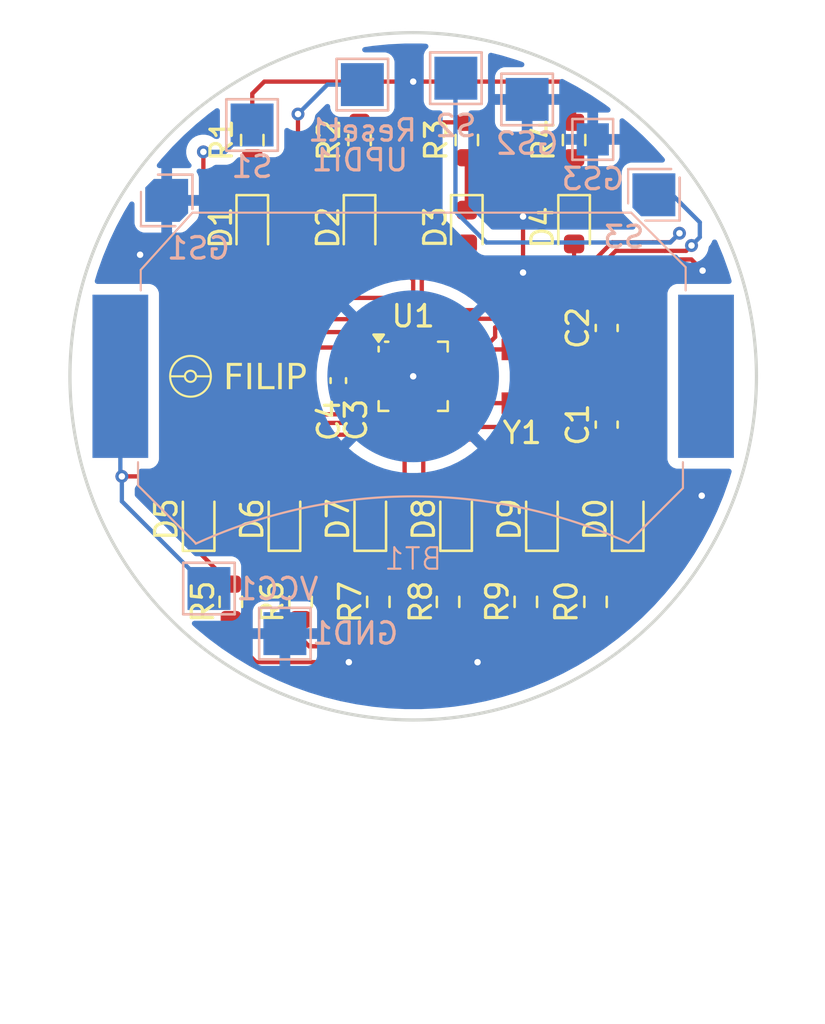
<source format=kicad_pcb>
(kicad_pcb (version 20241229) (generator "pcbnew") (generator_version "9.0")
  (layers (0 "F.Cu" signal) (2 "B.Cu" signal) (13 "F.Paste" user) (15 "B.Paste" user) (5 "F.SilkS" user "F.Silkscreen") (7 "B.SilkS" user "B.Silkscreen") (1 "F.Mask" user) (3 "B.Mask" user) (25 "Edge.Cuts" user))
  (net 0 "")
  (net 1 "Net-(U1-PB3)")
  (net 2 "Net-(U1-PB2)")
  (net 3 "Net-(D1-A)")
  (net 4 "Net-(D1-K)")
  (net 5 "Net-(D2-K)")
  (net 6 "Net-(D2-A)")
  (net 7 "Net-(D3-A)")
  (net 8 "Net-(D3-K)")
  (net 9 "Net-(D4-A)")
  (net 10 "Net-(D4-K)")
  (net 11 "Net-(D5-K)")
  (net 12 "Net-(D5-A)")
  (net 13 "Net-(D6-A)")
  (net 14 "Net-(D6-K)")
  (net 15 "Net-(D7-K)")
  (net 16 "Net-(D7-A)")
  (net 17 "Net-(D8-K)")
  (net 18 "Net-(D8-A)")
  (net 19 "Net-(D9-K)")
  (net 20 "Net-(D9-A)")
  (net 21 "Net-(U1-~{RESET}{slash}PA0)")
  (net 23 "VCC")
  (net 24 "GND")
  (net 25 "Net-(D0-A)")
  (net 26 "Net-(D0-K)")
  (net 27 "Net-(S1-In)")
  (net 28 "Net-(S2-In)")
  (net 30 "Net-(S3-In)")
  (net 31 "Net-(U1-PA2)")
  (net 32 "Net-(U1-PC0)")
  (net 33 "Net-(U1-PB1)")
  (footprint "Resistor_SMD:R_0603_1608Metric" (layer "F.Cu") (at 94.75 110.5 -90)
    (property "Reference" "R6" (at -0.01 1.32 90) (layer "F.SilkS"))
    (property "Value" "50Ω")
    (fp_line (start -0.237258 0.5225) (end 0.237258 0.5225) (stroke (width 0.12)) (layer "F.SilkS"))
    (fp_line (start -0.237258 -0.5225) (end 0.237258 -0.5225) (stroke (width 0.12)) (layer "F.SilkS"))
    (pad "1" smd roundrect (at -0.825 0 270) (size 0.8 0.95) (layers "F.Cu" "F.Mask" "F.Paste") (net 14 "Net-(D6-K)"))
    (pad "2" smd roundrect (at 0.825 0 270) (size 0.8 0.95) (layers "F.Cu" "F.Mask" "F.Paste") (net 24 "GND"))
  )
  (footprint "LED_SMD:LED_0603_1608Metric" (layer "F.Cu") (at 106 106.64 90)
    (property "Reference" "D9" (at -0.02 -1.51 90) (layer "F.SilkS"))
    (property "Value" "RED")
    (fp_line (start 0.8 -0.735) (end -1.485 -0.735) (stroke (width 0.12)) (layer "F.SilkS"))
    (fp_line (start -1.485 -0.735) (end -1.485 0.735) (stroke (width 0.12)) (layer "F.SilkS"))
    (fp_line (start -1.485 0.735) (end 0.8 0.735) (stroke (width 0.12)) (layer "F.SilkS"))
    (pad "1" smd roundrect (at -0.7875 0 90) (size 0.875 0.95) (layers "F.Cu" "F.Mask" "F.Paste") (net 19 "Net-(D9-K)"))
    (pad "2" smd roundrect (at 0.7875 0 90) (size 0.875 0.95) (layers "F.Cu" "F.Mask" "F.Paste") (net 20 "Net-(D9-A)"))
  )
  (footprint "LED_SMD:LED_0603_1608Metric" (layer "F.Cu") (at 90 106.64 90)
    (property "Reference" "D5" (at -0.02 -1.51 90) (layer "F.SilkS"))
    (property "Value" "RED")
    (fp_line (start 0.8 -0.735) (end -1.485 -0.735) (stroke (width 0.12)) (layer "F.SilkS"))
    (fp_line (start -1.485 -0.735) (end -1.485 0.735) (stroke (width 0.12)) (layer "F.SilkS"))
    (fp_line (start -1.485 0.735) (end 0.8 0.735) (stroke (width 0.12)) (layer "F.SilkS"))
    (pad "1" smd roundrect (at -0.7875 0 90) (size 0.875 0.95) (layers "F.Cu" "F.Mask" "F.Paste") (net 11 "Net-(D5-K)"))
    (pad "2" smd roundrect (at 0.7875 0 90) (size 0.875 0.95) (layers "F.Cu" "F.Mask" "F.Paste") (net 12 "Net-(D5-A)"))
  )
  (footprint "Package_DFN_QFN:VQFN-20-1EP_3x3mm_P0.4mm_EP1.7x1.7mm" (layer "F.Cu") (at 100 100)
    (property "Reference" "U1" (at 0 -2.8 0) (layer "F.SilkS"))
    (property "Value" "ATtiny1616-M")
    (fp_line (start -1.61 -1.16) (end -1.61 -1.37) (stroke (width 0.12)) (layer "F.SilkS"))
    (fp_line (start -1.61 1.61) (end -1.61 1.16) (stroke (width 0.12)) (layer "F.SilkS"))
    (fp_line (start -1.16 -1.61) (end -1.31 -1.61) (stroke (width 0.12)) (layer "F.SilkS"))
    (fp_line (start -1.16 1.61) (end -1.61 1.61) (stroke (width 0.12)) (layer "F.SilkS"))
    (fp_line (start 1.16 -1.61) (end 1.61 -1.61) (stroke (width 0.12)) (layer "F.SilkS"))
    (fp_line (start 1.16 1.61) (end 1.61 1.61) (stroke (width 0.12)) (layer "F.SilkS"))
    (fp_line (start 1.61 -1.61) (end 1.61 -1.16) (stroke (width 0.12)) (layer "F.SilkS"))
    (fp_line (start 1.61 1.61) (end 1.61 1.16) (stroke (width 0.12)) (layer "F.SilkS"))
    (fp_poly (pts (xy -1.61 -1.61) (xy -1.85 -1.94) (xy -1.37 -1.94)) (stroke (width 0.12)) (fill yes) (layer "F.SilkS"))
    (pad "1" smd custom (at -1.45 -0.8) (size 0.143431 0.143431) (layers "F.Cu" "F.Mask" "F.Paste") (net 31 "Net-(U1-PA2)") (options (clearance outline) (anchor circle)) (primitives (gr_poly (pts (xy -0.35 -0.05) (xy 0.299289 -0.05) (xy 0.35 0.000711) (xy 0.35 0.05) (xy -0.35 0.05)) (width 0.1) (fill yes))))
    (pad "2" smd roundrect (at -1.45 -0.4) (size 0.8 0.2) (layers "F.Cu" "F.Mask" "F.Paste"))
    (pad "3" smd roundrect (at -1.45 0) (size 0.8 0.2) (layers "F.Cu" "F.Mask" "F.Paste") (net 24 "GND"))
    (pad "4" smd roundrect (at -1.45 0.4) (size 0.8 0.2) (layers "F.Cu" "F.Mask" "F.Paste") (net 23 "VCC"))
    (pad "5" smd custom (at -1.45 0.8) (size 0.143431 0.143431) (layers "F.Cu" "F.Mask" "F.Paste") (net 12 "Net-(D5-A)") (options (clearance outline) (anchor circle)) (primitives (gr_poly (pts (xy -0.35 -0.05) (xy 0.35 -0.05) (xy 0.35 -0.000711) (xy 0.299289 0.05) (xy -0.35 0.05)) (width 0.1) (fill yes))))
    (pad "6" smd custom (at -0.8 1.45) (size 0.143431 0.143431) (layers "F.Cu" "F.Mask" "F.Paste") (net 13 "Net-(D6-A)") (options (clearance outline) (anchor circle)) (primitives (gr_poly (pts (xy -0.05 -0.299289) (xy 0.000711 -0.35) (xy 0.05 -0.35) (xy 0.05 0.35) (xy -0.05 0.35)) (width 0.1) (fill yes))))
    (pad "7" smd roundrect (at -0.4 1.45) (size 0.2 0.8) (layers "F.Cu" "F.Mask" "F.Paste") (net 16 "Net-(D7-A)"))
    (pad "8" smd roundrect (at 0 1.45) (size 0.2 0.8) (layers "F.Cu" "F.Mask" "F.Paste") (net 18 "Net-(D8-A)"))
    (pad "9" smd roundrect (at 0.4 1.45) (size 0.2 0.8) (layers "F.Cu" "F.Mask" "F.Paste") (net 20 "Net-(D9-A)"))
    (pad "10" smd custom (at 0.8 1.45) (size 0.143431 0.143431) (layers "F.Cu" "F.Mask" "F.Paste") (net 25 "Net-(D0-A)") (options (clearance outline) (anchor circle)) (primitives (gr_poly (pts (xy -0.05 -0.35) (xy -0.000711 -0.35) (xy 0.05 -0.299289) (xy 0.05 0.35) (xy -0.05 0.35)) (width 0.1) (fill yes))))
    (pad "11" smd custom (at 1.45 0.8) (size 0.143431 0.143431) (layers "F.Cu" "F.Mask" "F.Paste") (net 1 "Net-(U1-PB3)") (options (clearance outline) (anchor circle)) (primitives (gr_poly (pts (xy -0.35 -0.05) (xy 0.35 -0.05) (xy 0.35 0.05) (xy -0.299289 0.05) (xy -0.35 -0.000711)) (width 0.1) (fill yes))))
    (pad "12" smd roundrect (at 1.45 0.4) (size 0.8 0.2) (layers "F.Cu" "F.Mask" "F.Paste") (net 2 "Net-(U1-PB2)"))
    (pad "13" smd roundrect (at 1.45 0) (size 0.8 0.2) (layers "F.Cu" "F.Mask" "F.Paste") (net 33 "Net-(U1-PB1)"))
    (pad "14" smd roundrect (at 1.45 -0.4) (size 0.8 0.2) (layers "F.Cu" "F.Mask" "F.Paste"))
    (pad "15" smd custom (at 1.45 -0.8) (size 0.143431 0.143431) (layers "F.Cu" "F.Mask" "F.Paste") (net 32 "Net-(U1-PC0)") (options (clearance outline) (anchor circle)) (primitives (gr_poly (pts (xy -0.35 0.000711) (xy -0.299289 -0.05) (xy 0.35 -0.05) (xy 0.35 0.05) (xy -0.35 0.05)) (width 0.1) (fill yes))))
    (pad "16" smd custom (at 0.8 -1.45) (size 0.143431 0.143431) (layers "F.Cu" "F.Mask" "F.Paste") (net 9 "Net-(D4-A)") (options (clearance outline) (anchor circle)) (primitives (gr_poly (pts (xy -0.05 -0.35) (xy 0.05 -0.35) (xy 0.05 0.299289) (xy -0.000711 0.35) (xy -0.05 0.35)) (width 0.1) (fill yes))))
    (pad "17" smd roundrect (at 0.4 -1.45) (size 0.2 0.8) (layers "F.Cu" "F.Mask" "F.Paste") (net 7 "Net-(D3-A)"))
    (pad "18" smd roundrect (at 0 -1.45) (size 0.2 0.8) (layers "F.Cu" "F.Mask" "F.Paste") (net 6 "Net-(D2-A)"))
    (pad "19" smd roundrect (at -0.4 -1.45) (size 0.2 0.8) (layers "F.Cu" "F.Mask" "F.Paste") (net 21 "Net-(U1-~{RESET}{slash}PA0)"))
    (pad "20" smd custom (at -0.8 -1.45) (size 0.143431 0.143431) (layers "F.Cu" "F.Mask" "F.Paste") (net 3 "Net-(D1-A)") (options (clearance outline) (anchor circle)) (primitives (gr_poly (pts (xy -0.05 -0.35) (xy 0.05 -0.35) (xy 0.05 0.35) (xy 0.000711 0.35) (xy -0.05 0.299289)) (width 0.1) (fill yes))))
    (pad "21" smd rect (at 0 0) (size 1.7 1.7) (property pad_prop_heatsink) (layers "F.Cu" "F.Mask") (net 24 "GND"))
  )
  (footprint "LED_SMD:LED_0603_1608Metric" (layer "F.Cu") (at 98 106.64 90)
    (property "Reference" "D7" (at -0.02 -1.51 90) (layer "F.SilkS"))
    (property "Value" "RED")
    (fp_line (start 0.8 -0.735) (end -1.485 -0.735) (stroke (width 0.12)) (layer "F.SilkS"))
    (fp_line (start -1.485 -0.735) (end -1.485 0.735) (stroke (width 0.12)) (layer "F.SilkS"))
    (fp_line (start -1.485 0.735) (end 0.8 0.735) (stroke (width 0.12)) (layer "F.SilkS"))
    (pad "1" smd roundrect (at -0.7875 0 90) (size 0.875 0.95) (layers "F.Cu" "F.Mask" "F.Paste") (net 15 "Net-(D7-K)"))
    (pad "2" smd roundrect (at 0.7875 0 90) (size 0.875 0.95) (layers "F.Cu" "F.Mask" "F.Paste") (net 16 "Net-(D7-A)"))
  )
  (footprint "Resistor_SMD:R_0603_1608Metric" (layer "F.Cu") (at 92.5 89 90)
    (property "Reference" "R1" (at 0 -1.43 90) (layer "F.SilkS"))
    (property "Value" "50Ω")
    (fp_line (start -0.237258 -0.5225) (end 0.237258 -0.5225) (stroke (width 0.12)) (layer "F.SilkS"))
    (fp_line (start -0.237258 0.5225) (end 0.237258 0.5225) (stroke (width 0.12)) (layer "F.SilkS"))
    (pad "1" smd roundrect (at -0.825 0 90) (size 0.8 0.95) (layers "F.Cu" "F.Mask" "F.Paste") (net 4 "Net-(D1-K)"))
    (pad "2" smd roundrect (at 0.825 0 90) (size 0.8 0.95) (layers "F.Cu" "F.Mask" "F.Paste") (net 24 "GND"))
  )
  (footprint "Capacitor_SMD:C_0603_1608Metric" (layer "F.Cu") (at 109.02 102.25 -90)
    (property "Reference" "C1" (at 0 1.35 90) (layer "F.SilkS"))
    (property "Value" "15pf")
    (fp_line (start -0.14058 0.51) (end 0.14058 0.51) (stroke (width 0.12)) (layer "F.SilkS"))
    (fp_line (start -0.14058 -0.51) (end 0.14058 -0.51) (stroke (width 0.12)) (layer "F.SilkS"))
    (pad "1" smd roundrect (at -0.775 0 270) (size 0.9 0.95) (layers "F.Cu" "F.Mask" "F.Paste") (net 1 "Net-(U1-PB3)"))
    (pad "2" smd roundrect (at 0.775 0 270) (size 0.9 0.95) (layers "F.Cu" "F.Mask" "F.Paste") (net 24 "GND"))
  )
  (footprint "Resistor_SMD:R_0603_1608Metric" (layer "F.Cu") (at 98.375 110.5 -90)
    (property "Reference" "R7" (at 0.01 1.315 90) (layer "F.SilkS"))
    (property "Value" "50Ω")
    (fp_line (start -0.237258 0.5225) (end 0.237258 0.5225) (stroke (width 0.12)) (layer "F.SilkS"))
    (fp_line (start -0.237258 -0.5225) (end 0.237258 -0.5225) (stroke (width 0.12)) (layer "F.SilkS"))
    (pad "1" smd roundrect (at -0.825 0 270) (size 0.8 0.95) (layers "F.Cu" "F.Mask" "F.Paste") (net 15 "Net-(D7-K)"))
    (pad "2" smd roundrect (at 0.825 0 270) (size 0.8 0.95) (layers "F.Cu" "F.Mask" "F.Paste") (net 24 "GND"))
  )
  (footprint "LED_SMD:LED_0603_1608Metric" (layer "F.Cu") (at 92.5 93.05 -90)
    (property "Reference" "D1" (at 0.03 1.47 90) (layer "F.SilkS"))
    (property "Value" "RED")
    (fp_line (start -1.485 0.735) (end 0.8 0.735) (stroke (width 0.12)) (layer "F.SilkS"))
    (fp_line (start -1.485 -0.735) (end -1.485 0.735) (stroke (width 0.12)) (layer "F.SilkS"))
    (fp_line (start 0.8 -0.735) (end -1.485 -0.735) (stroke (width 0.12)) (layer "F.SilkS"))
    (pad "1" smd roundrect (at -0.7875 0 270) (size 0.875 0.95) (layers "F.Cu" "F.Mask" "F.Paste") (net 4 "Net-(D1-K)"))
    (pad "2" smd roundrect (at 0.7875 0 270) (size 0.875 0.95) (layers "F.Cu" "F.Mask" "F.Paste") (net 3 "Net-(D1-A)"))
  )
  (footprint "Capacitor_SMD:C_0201_0603Metric" (layer "F.Cu") (at 97.33 100.18 90)
    (property "Reference" "C3" (at -1.85 0 90) (layer "F.SilkS"))
    (property "Value" "0.1 µF")
    (pad "1" smd roundrect (at -0.32 0 90) (size 0.46 0.4) (layers "F.Cu" "F.Mask") (net 23 "VCC"))
    (pad "2" smd roundrect (at 0.32 0 90) (size 0.46 0.4) (layers "F.Cu" "F.Mask") (net 24 "GND"))
  )
  (footprint "Resistor_SMD:R_0603_1608Metric" (layer "F.Cu") (at 107.5 89 90)
    (property "Reference" "R4" (at 0 -1.43 90) (layer "F.SilkS"))
    (property "Value" "50Ω")
    (fp_line (start -0.237258 -0.5225) (end 0.237258 -0.5225) (stroke (width 0.12)) (layer "F.SilkS"))
    (fp_line (start -0.237258 0.5225) (end 0.237258 0.5225) (stroke (width 0.12)) (layer "F.SilkS"))
    (pad "1" smd roundrect (at -0.825 0 90) (size 0.8 0.95) (layers "F.Cu" "F.Mask" "F.Paste") (net 10 "Net-(D4-K)"))
    (pad "2" smd roundrect (at 0.825 0 90) (size 0.8 0.95) (layers "F.Cu" "F.Mask" "F.Paste") (net 24 "GND"))
  )
  (footprint "LED_SMD:LED_0603_1608Metric" (layer "F.Cu") (at 102.5 93.05 -90)
    (property "Reference" "D3" (at 0.02 1.47 90) (layer "F.SilkS"))
    (property "Value" "RED")
    (fp_line (start -1.485 0.735) (end 0.8 0.735) (stroke (width 0.12)) (layer "F.SilkS"))
    (fp_line (start -1.485 -0.735) (end -1.485 0.735) (stroke (width 0.12)) (layer "F.SilkS"))
    (fp_line (start 0.8 -0.735) (end -1.485 -0.735) (stroke (width 0.12)) (layer "F.SilkS"))
    (pad "1" smd roundrect (at -0.7875 0 270) (size 0.875 0.95) (layers "F.Cu" "F.Mask" "F.Paste") (net 8 "Net-(D3-K)"))
    (pad "2" smd roundrect (at 0.7875 0 270) (size 0.875 0.95) (layers "F.Cu" "F.Mask" "F.Paste") (net 7 "Net-(D3-A)"))
  )
  (footprint "LED_SMD:LED_0603_1608Metric" (layer "F.Cu") (at 94 106.64 90)
    (property "Reference" "D6" (at -0.02 -1.51 90) (layer "F.SilkS"))
    (property "Value" "RED")
    (fp_line (start 0.8 -0.735) (end -1.485 -0.735) (stroke (width 0.12)) (layer "F.SilkS"))
    (fp_line (start -1.485 -0.735) (end -1.485 0.735) (stroke (width 0.12)) (layer "F.SilkS"))
    (fp_line (start -1.485 0.735) (end 0.8 0.735) (stroke (width 0.12)) (layer "F.SilkS"))
    (pad "1" smd roundrect (at -0.7875 0 90) (size 0.875 0.95) (layers "F.Cu" "F.Mask" "F.Paste") (net 14 "Net-(D6-K)"))
    (pad "2" smd roundrect (at 0.7875 0 90) (size 0.875 0.95) (layers "F.Cu" "F.Mask" "F.Paste") (net 13 "Net-(D6-A)"))
  )
  (footprint "LED_SMD:LED_0603_1608Metric" (layer "F.Cu") (at 97.5 93.05 -90)
    (property "Reference" "D2" (at 0.03 1.47 90) (layer "F.SilkS"))
    (property "Value" "RED")
    (fp_line (start -1.485 0.735) (end 0.8 0.735) (stroke (width 0.12)) (layer "F.SilkS"))
    (fp_line (start -1.485 -0.735) (end -1.485 0.735) (stroke (width 0.12)) (layer "F.SilkS"))
    (fp_line (start 0.8 -0.735) (end -1.485 -0.735) (stroke (width 0.12)) (layer "F.SilkS"))
    (pad "1" smd roundrect (at -0.7875 0 270) (size 0.875 0.95) (layers "F.Cu" "F.Mask" "F.Paste") (net 5 "Net-(D2-K)"))
    (pad "2" smd roundrect (at 0.7875 0 270) (size 0.875 0.95) (layers "F.Cu" "F.Mask" "F.Paste") (net 6 "Net-(D2-A)"))
  )
  (footprint "LED_SMD:LED_0603_1608Metric" (layer "F.Cu") (at 107.5 93.05 -90)
    (property "Reference" "D4" (at 0.02 1.47 90) (layer "F.SilkS"))
    (property "Value" "RED")
    (fp_line (start -1.485 0.735) (end 0.8 0.735) (stroke (width 0.12)) (layer "F.SilkS"))
    (fp_line (start -1.485 -0.735) (end -1.485 0.735) (stroke (width 0.12)) (layer "F.SilkS"))
    (fp_line (start 0.8 -0.735) (end -1.485 -0.735) (stroke (width 0.12)) (layer "F.SilkS"))
    (pad "1" smd roundrect (at -0.7875 0 270) (size 0.875 0.95) (layers "F.Cu" "F.Mask" "F.Paste") (net 10 "Net-(D4-K)"))
    (pad "2" smd roundrect (at 0.7875 0 270) (size 0.875 0.95) (layers "F.Cu" "F.Mask" "F.Paste") (net 9 "Net-(D4-A)"))
  )
  (footprint "Resistor_SMD:R_0603_1608Metric" (layer "F.Cu") (at 108.5 110.5 -90)
    (property "Reference" "R0" (at 0 1.36 90) (layer "F.SilkS"))
    (property "Value" "50Ω")
    (fp_line (start -0.237258 0.5225) (end 0.237258 0.5225) (stroke (width 0.12)) (layer "F.SilkS"))
    (fp_line (start -0.237258 -0.5225) (end 0.237258 -0.5225) (stroke (width 0.12)) (layer "F.SilkS"))
    (pad "1" smd roundrect (at -0.825 0 270) (size 0.8 0.95) (layers "F.Cu" "F.Mask" "F.Paste") (net 26 "Net-(D0-K)"))
    (pad "2" smd roundrect (at 0.825 0 270) (size 0.8 0.95) (layers "F.Cu" "F.Mask" "F.Paste") (net 24 "GND"))
  )
  (footprint "LED_SMD:LED_0603_1608Metric" (layer "F.Cu") (at 110 106.64 90)
    (property "Reference" "D0" (at -0.02 -1.51 90) (layer "F.SilkS"))
    (property "Value" "RED")
    (fp_line (start 0.8 -0.735) (end -1.485 -0.735) (stroke (width 0.12)) (layer "F.SilkS"))
    (fp_line (start -1.485 -0.735) (end -1.485 0.735) (stroke (width 0.12)) (layer "F.SilkS"))
    (fp_line (start -1.485 0.735) (end 0.8 0.735) (stroke (width 0.12)) (layer "F.SilkS"))
    (pad "1" smd roundrect (at -0.7875 0 90) (size 0.875 0.95) (layers "F.Cu" "F.Mask" "F.Paste") (net 26 "Net-(D0-K)"))
    (pad "2" smd roundrect (at 0.7875 0 90) (size 0.875 0.95) (layers "F.Cu" "F.Mask" "F.Paste") (net 25 "Net-(D0-A)"))
  )
  (footprint "Resistor_SMD:R_0603_1608Metric" (layer "F.Cu") (at 97.5 89 90)
    (property "Reference" "R2" (at 0 -1.43 90) (layer "F.SilkS"))
    (property "Value" "50Ω")
    (fp_line (start -0.237258 -0.5225) (end 0.237258 -0.5225) (stroke (width 0.12)) (layer "F.SilkS"))
    (fp_line (start -0.237258 0.5225) (end 0.237258 0.5225) (stroke (width 0.12)) (layer "F.SilkS"))
    (pad "1" smd roundrect (at -0.825 0 90) (size 0.8 0.95) (layers "F.Cu" "F.Mask" "F.Paste") (net 5 "Net-(D2-K)"))
    (pad "2" smd roundrect (at 0.825 0 90) (size 0.8 0.95) (layers "F.Cu" "F.Mask" "F.Paste") (net 24 "GND"))
  )
  (footprint "Resistor_SMD:R_0603_1608Metric" (layer "F.Cu") (at 101.625 110.5 -90)
    (property "Reference" "R8" (at 0 1.275 90) (layer "F.SilkS"))
    (property "Value" "50Ω")
    (fp_line (start -0.237258 0.5225) (end 0.237258 0.5225) (stroke (width 0.12)) (layer "F.SilkS"))
    (fp_line (start -0.237258 -0.5225) (end 0.237258 -0.5225) (stroke (width 0.12)) (layer "F.SilkS"))
    (pad "1" smd roundrect (at -0.825 0 270) (size 0.8 0.95) (layers "F.Cu" "F.Mask" "F.Paste") (net 17 "Net-(D8-K)"))
    (pad "2" smd roundrect (at 0.825 0 270) (size 0.8 0.95) (layers "F.Cu" "F.Mask" "F.Paste") (net 24 "GND"))
  )
  (footprint "Library:FC31M2-32.768-NTLNNDTL" (layer "F.Cu") (at 105.02 100)
    (property "Reference" "Y1" (at 0.06 2.63 0) (layer "F.SilkS"))
    (property "Value" "Crystal")
    (pad "1" smd rect (at 0 -1.25 180) (size 1.8 1) (layers "F.Cu" "F.Mask" "F.Paste") (net 2 "Net-(U1-PB2)"))
    (pad "2" smd rect (at 0 1.25 180) (size 1.8 1) (layers "F.Cu" "F.Mask" "F.Paste") (net 1 "Net-(U1-PB3)"))
  )
  (footprint "LED_SMD:LED_0603_1608Metric" (layer "F.Cu") (at 102 106.64 90)
    (property "Reference" "D8" (at -0.02 -1.51 90) (layer "F.SilkS"))
    (property "Value" "RED")
    (fp_line (start 0.8 -0.735) (end -1.485 -0.735) (stroke (width 0.12)) (layer "F.SilkS"))
    (fp_line (start -1.485 -0.735) (end -1.485 0.735) (stroke (width 0.12)) (layer "F.SilkS"))
    (fp_line (start -1.485 0.735) (end 0.8 0.735) (stroke (width 0.12)) (layer "F.SilkS"))
    (pad "1" smd roundrect (at -0.7875 0 90) (size 0.875 0.95) (layers "F.Cu" "F.Mask" "F.Paste") (net 17 "Net-(D8-K)"))
    (pad "2" smd roundrect (at 0.7875 0 90) (size 0.875 0.95) (layers "F.Cu" "F.Mask" "F.Paste") (net 18 "Net-(D8-A)"))
  )
  (footprint "Capacitor_SMD:C_0603_1608Metric" (layer "F.Cu") (at 109.02 97.75 90)
    (property "Reference" "C2" (at 0 -1.35 270) (layer "F.SilkS"))
    (property "Value" "15pf")
    (fp_line (start -0.14058 -0.51) (end 0.14058 -0.51) (stroke (width 0.12)) (layer "F.SilkS"))
    (fp_line (start -0.14058 0.51) (end 0.14058 0.51) (stroke (width 0.12)) (layer "F.SilkS"))
    (pad "1" smd roundrect (at -0.775 0 90) (size 0.9 0.95) (layers "F.Cu" "F.Mask" "F.Paste") (net 2 "Net-(U1-PB2)"))
    (pad "2" smd roundrect (at 0.775 0 90) (size 0.9 0.95) (layers "F.Cu" "F.Mask" "F.Paste") (net 24 "GND"))
  )
  (footprint "Capacitor_SMD:C_0402_1005Metric" (layer "F.Cu") (at 96.51 100.2 90)
    (property "Reference" "C4" (at -1.84 -0.44 90) (layer "F.SilkS"))
    (property "Value" "10 µF")
    (fp_line (start -0.107836 -0.36) (end 0.107836 -0.36) (stroke (width 0.12)) (layer "F.SilkS"))
    (fp_line (start -0.107836 0.36) (end 0.107836 0.36) (stroke (width 0.12)) (layer "F.SilkS"))
    (pad "1" smd roundrect (at -0.48 0 90) (size 0.56 0.62) (layers "F.Cu" "F.Mask" "F.Paste") (net 23 "VCC"))
    (pad "2" smd roundrect (at 0.48 0 90) (size 0.56 0.62) (layers "F.Cu" "F.Mask" "F.Paste") (net 24 "GND"))
  )
  (footprint "Resistor_SMD:R_0603_1608Metric" (layer "F.Cu") (at 105.25 110.5 -90)
    (property "Reference" "R9" (at -0.01 1.33 90) (layer "F.SilkS"))
    (property "Value" "50Ω")
    (fp_line (start -0.237258 0.5225) (end 0.237258 0.5225) (stroke (width 0.12)) (layer "F.SilkS"))
    (fp_line (start -0.237258 -0.5225) (end 0.237258 -0.5225) (stroke (width 0.12)) (layer "F.SilkS"))
    (pad "1" smd roundrect (at -0.825 0 270) (size 0.8 0.95) (layers "F.Cu" "F.Mask" "F.Paste") (net 19 "Net-(D9-K)"))
    (pad "2" smd roundrect (at 0.825 0 270) (size 0.8 0.95) (layers "F.Cu" "F.Mask" "F.Paste") (net 24 "GND"))
  )
  (footprint "Resistor_SMD:R_0603_1608Metric" (layer "F.Cu") (at 91.5 110.5 -90)
    (property "Reference" "R5" (at -0.005 1.3 90) (layer "F.SilkS"))
    (property "Value" "50Ω")
    (fp_line (start -0.237258 0.5225) (end 0.237258 0.5225) (stroke (width 0.12)) (layer "F.SilkS"))
    (fp_line (start -0.237258 -0.5225) (end 0.237258 -0.5225) (stroke (width 0.12)) (layer "F.SilkS"))
    (pad "1" smd roundrect (at -0.825 0 270) (size 0.8 0.95) (layers "F.Cu" "F.Mask" "F.Paste") (net 11 "Net-(D5-K)"))
    (pad "2" smd roundrect (at 0.825 0 270) (size 0.8 0.95) (layers "F.Cu" "F.Mask" "F.Paste") (net 24 "GND"))
  )
  (footprint "Resistor_SMD:R_0603_1608Metric" (layer "F.Cu") (at 102.5 89 90)
    (property "Reference" "R3" (at 0 -1.43 90) (layer "F.SilkS"))
    (property "Value" "50Ω")
    (fp_line (start -0.237258 -0.5225) (end 0.237258 -0.5225) (stroke (width 0.12)) (layer "F.SilkS"))
    (fp_line (start -0.237258 0.5225) (end 0.237258 0.5225) (stroke (width 0.12)) (layer "F.SilkS"))
    (pad "1" smd roundrect (at -0.825 0 90) (size 0.8 0.95) (layers "F.Cu" "F.Mask" "F.Paste") (net 8 "Net-(D3-K)"))
    (pad "2" smd roundrect (at 0.825 0 90) (size 0.8 0.95) (layers "F.Cu" "F.Mask" "F.Paste") (net 24 "GND"))
  )
  (footprint "TestPoint:TestPoint_Pad_1.5x1.5mm" (layer "B.Cu") (at 108.37 88.97 180)
    (property "Reference" "GS3" (at -0.01 -1.84 0) (layer "B.SilkS") (effects (justify mirror)))
    (property "Value" "~" (hide yes))
    (fp_line (start 0.95 0.95) (end 0.95 -0.95) (stroke (width 0.12)) (layer "B.SilkS"))
    (fp_line (start 0.95 -0.95) (end -0.95 -0.95) (stroke (width 0.12)) (layer "B.SilkS"))
    (fp_line (start -0.95 0.95) (end 0.95 0.95) (stroke (width 0.12)) (layer "B.SilkS"))
    (fp_line (start -0.95 -0.95) (end -0.95 0.95) (stroke (width 0.12)) (layer "B.SilkS"))
    (pad "1" smd rect (at 0 0 180) (size 1.5 1.5) (layers "B.Cu" "B.Mask") (net 24 "GND"))
  )
  (footprint "TestPoint:TestPoint_Pad_2.0x2.0mm" (layer "B.Cu") (at 94.02 111.98 180)
    (property "Reference" "GND1" (at -3.28 0.01 0) (layer "B.SilkS") (effects (justify mirror)))
    (property "Value" "TestPoint")
    (fp_line (start 1.2 1.2) (end 1.2 -1.2) (stroke (width 0.12)) (layer "B.SilkS"))
    (fp_line (start 1.2 -1.2) (end -1.2 -1.2) (stroke (width 0.12)) (layer "B.SilkS"))
    (fp_line (start -1.2 1.2) (end 1.2 1.2) (stroke (width 0.12)) (layer "B.SilkS"))
    (fp_line (start -1.2 -1.2) (end -1.2 1.2) (stroke (width 0.12)) (layer "B.SilkS"))
    (pad "1" smd rect (at 0 0 180) (size 2 2) (layers "B.Cu" "B.Mask") (net 24 "GND"))
  )
  (footprint "Library:MY-2450-03" (layer "B.Cu") (at 100 100 180)
    (property "Reference" "BT1" (at 0 -8.5 0) (layer "B.SilkS") (effects (font (thickness 0.1)) (justify mirror)))
    (property "Value" "2450 Battery_Cell")
    (fp_line (start 12.827 -5.08) (end 12.827 -4) (stroke (width 0.1)) (layer "B.SilkS"))
    (fp_line (start 12.827 -5.08) (end 10.16 -7.747) (stroke (width 0.1)) (layer "B.SilkS"))
    (fp_line (start 12.7 4.953) (end 12.7 4) (stroke (width 0.1)) (layer "B.SilkS"))
    (fp_line (start 10.287 7.62) (end 12.7 4.953) (stroke (width 0.1)) (layer "B.SilkS"))
    (fp_line (start -10.033 -7.747) (end -12.573 -5.207) (stroke (width 0.1)) (layer "B.SilkS"))
    (fp_line (start -10.16 7.62) (end 10.287 7.62) (stroke (width 0.1)) (layer "B.SilkS"))
    (fp_line (start -12.573 -5.207) (end -12.573 -4) (stroke (width 0.1)) (layer "B.SilkS"))
    (fp_line (start -12.7 5.08) (end -10.16 7.62) (stroke (width 0.1)) (layer "B.SilkS"))
    (fp_line (start -12.7 5.08) (end -12.7 4) (stroke (width 0.1)) (layer "B.SilkS"))
    (fp_arc (start 10.138206 -7.794734) (mid 0.057764 -5.589884) (end -10.033 -7.747) (stroke (width 0.1)) (layer "B.SilkS"))
    (pad "1" smd rect (at -13.65 0 180) (size 2.6 7.6) (layers "B.Cu" "B.Mask" "B.Paste") (net 23 "VCC"))
    (pad "1" smd rect (at 13.65 0 180) (size 2.6 7.6) (layers "B.Cu" "B.Mask" "B.Paste") (net 23 "VCC"))
    (pad "2" smd circle (at 0 0 180) (size 8 8) (layers "B.Cu" "B.Mask" "B.Paste") (net 24 "GND"))
  )
  (footprint "TestPoint:TestPoint_Pad_2.0x2.0mm" (layer "B.Cu") (at 97.63 86.42 180)
    (property "Reference" "Reset1" (at -0.01 -2.13 0) (layer "B.SilkS") (effects (justify mirror)))
    (property "Value" "TestPoint")
    (fp_line (start 1.2 1.2) (end 1.2 -1.2) (stroke (width 0.12)) (layer "B.SilkS"))
    (fp_line (start 1.2 -1.2) (end -1.2 -1.2) (stroke (width 0.12)) (layer "B.SilkS"))
    (fp_line (start -1.2 1.2) (end 1.2 1.2) (stroke (width 0.12)) (layer "B.SilkS"))
    (fp_line (start -1.2 -1.2) (end -1.2 1.2) (stroke (width 0.12)) (layer "B.SilkS"))
    (pad "1" smd rect (at 0 0 180) (size 2 2) (layers "B.Cu" "B.Mask") (net 21 "Net-(U1-~{RESET}{slash}PA0)"))
  )
  (footprint "TestPoint:TestPoint_Pad_2.0x2.0mm" (layer "B.Cu") (at 105.31 87.11 180)
    (property "Reference" "GS2" (at 0 -2.05 0) (layer "B.SilkS") (effects (justify mirror)))
    (property "Value" "~" (hide yes))
    (fp_line (start 1.2 1.2) (end 1.2 -1.2) (stroke (width 0.12)) (layer "B.SilkS"))
    (fp_line (start 1.2 -1.2) (end -1.2 -1.2) (stroke (width 0.12)) (layer "B.SilkS"))
    (fp_line (start -1.2 1.2) (end 1.2 1.2) (stroke (width 0.12)) (layer "B.SilkS"))
    (fp_line (start -1.2 -1.2) (end -1.2 1.2) (stroke (width 0.12)) (layer "B.SilkS"))
    (pad "1" smd rect (at 0 0 180) (size 2 2) (layers "B.Cu" "B.Mask") (net 24 "GND"))
  )
  (footprint "TestPoint:TestPoint_Pad_2.0x2.0mm" (layer "B.Cu") (at 111.22 91.55 180)
    (property "Reference" "S3" (at 1.4 -1.96 0) (layer "B.SilkS") (effects (justify mirror)))
    (property "Value" "~" (hide yes))
    (fp_line (start 1.2 1.2) (end 1.2 -0.4) (stroke (width 0.1)) (layer "B.SilkS"))
    (fp_line (start -0.8 1.2) (end 1.2 1.2) (stroke (width 0.12)) (layer "B.SilkS"))
    (fp_line (start -1.2 -1.2) (end 0.4 -1.2) (stroke (width 0.1)) (layer "B.SilkS"))
    (fp_line (start -1.2 -1.2) (end -1.2 0.8) (stroke (width 0.12)) (layer "B.SilkS"))
    (pad "1" smd roundrect (at 0 0 180) (size 2 2) (layers "B.Cu" "B.Mask") (roundrect_rratio 0) (chamfer_ratio 0.2) (chamfer top_right) (net 30 "Net-(S3-In)"))
  )
  (footprint "TestPoint:TestPoint_Pad_2.0x2.0mm" (layer "B.Cu") (at 101.99 86.12 180)
    (property "Reference" "S2" (at 0 -2.22 0) (layer "B.SilkS") (effects (justify mirror)))
    (property "Value" "~" (hide yes))
    (fp_line (start 1.2 1.2) (end 1.2 -1.2) (stroke (width 0.12)) (layer "B.SilkS"))
    (fp_line (start 1.2 -1.2) (end -1.2 -1.2) (stroke (width 0.12)) (layer "B.SilkS"))
    (fp_line (start -1.2 1.2) (end 1.2 1.2) (stroke (width 0.12)) (layer "B.SilkS"))
    (fp_line (start -1.2 -1.2) (end -1.2 1.2) (stroke (width 0.12)) (layer "B.SilkS"))
    (pad "1" smd rect (at 0 0 180) (size 2 2) (layers "B.Cu" "B.Mask") (net 28 "Net-(S2-In)"))
  )
  (footprint "TestPoint:TestPoint_Pad_2.0x2.0mm" (layer "B.Cu") (at 92.49 88.3 180)
    (property "Reference" "S1" (at 0 -1.94 0) (layer "B.SilkS") (effects (justify mirror)))
    (property "Value" "~")
    (fp_line (start 1.2 1.2) (end 1.2 -1.2) (stroke (width 0.12)) (layer "B.SilkS"))
    (fp_line (start 1.2 -1.2) (end -1.2 -1.2) (stroke (width 0.12)) (layer "B.SilkS"))
    (fp_line (start -1.2 1.2) (end 1.2 1.2) (stroke (width 0.12)) (layer "B.SilkS"))
    (fp_line (start -1.2 -1.2) (end -1.2 1.2) (stroke (width 0.12)) (layer "B.SilkS"))
    (pad "1" smd rect (at 0 0 180) (size 2 2) (layers "B.Cu" "B.Mask") (net 27 "Net-(S1-In)"))
  )
  (footprint "TestPoint:TestPoint_Pad_2.0x2.0mm" (layer "B.Cu") (at 88.51 91.81 180)
    (property "Reference" "GS1" (at -1.48 -2.23 0) (layer "B.SilkS") (effects (justify mirror)))
    (property "Value" "~")
    (fp_line (start 1.2 -1.2) (end 1.2 0.4) (stroke (width 0.1)) (layer "B.SilkS"))
    (fp_line (start 1.2 -1.2) (end -0.4 -1.2) (stroke (width 0.12)) (layer "B.SilkS"))
    (fp_line (start -1.2 1.2) (end 0.4 1.2) (stroke (width 0.12)) (layer "B.SilkS"))
    (fp_line (start -1.2 -0.4) (end -1.2 1.2) (stroke (width 0.12)) (layer "B.SilkS"))
    (pad "1" smd roundrect (at 0 0 180) (size 2 2) (layers "B.Cu" "B.Mask") (roundrect_rratio 0) (chamfer_ratio 0.2) (chamfer top_left bottom_right) (net 24 "GND"))
  )
  (footprint "TestPoint:TestPoint_Pad_2.0x2.0mm" (layer "B.Cu") (at 90.48 109.88 180)
    (property "Reference" "VCC1" (at -3.19 -0.02 0) (layer "B.SilkS") (effects (justify mirror)))
    (property "Value" "TestPoint")
    (fp_line (start 1.2 1.2) (end 1.2 -1.2) (stroke (width 0.12)) (layer "B.SilkS"))
    (fp_line (start 1.2 -1.2) (end -1.2 -1.2) (stroke (width 0.12)) (layer "B.SilkS"))
    (fp_line (start -1.2 1.2) (end 1.2 1.2) (stroke (width 0.12)) (layer "B.SilkS"))
    (fp_line (start -1.2 -1.2) (end -1.2 1.2) (stroke (width 0.12)) (layer "B.SilkS"))
    (pad "1" smd rect (at 0 0 180) (size 2 2) (layers "B.Cu" "B.Mask") (net 23 "VCC"))
  )
  (gr_line (start 97.33 99.88) (end 96.51 99.7) (stroke (width 0.2)) (layer "F.Cu") (net 24))
  (gr_line (start 97.33 100.48) (end 96.51 100.7) (stroke (width 0.2)) (layer "F.Cu") (net 23))
  (gr_line (start 102.18 95.09) (end 102.5 94.78) (stroke (width 0.2)) (layer "F.Cu") (net 7))
  (gr_line (start 88.71 100) (end 89.36 100) (stroke (width 0.1)) (layer "F.SilkS"))
  (gr_circle (center 89.62 100) (end 89.88 100) (stroke (width 0.1)) (fill no) (layer "F.SilkS"))
  (gr_line (start 89.91 100) (end 90.56 100) (stroke (width 0.1)) (layer "F.SilkS"))
  (gr_circle (center 89.62 100) (end 90.57 100) (stroke (width 0.1)) (fill no) (layer "F.SilkS"))
  (gr_circle (center 100 100) (end 116 100) (stroke (width 0.15)) (fill no) (layer "Edge.Cuts"))
  (gr_text "FILIP" (at 93.1 100.1 0) (layer "F.SilkS") (effects (font (size 1.2 1.2) (thickness 0.1))))
  (gr_text "UPDI1" (at 97.52 90.52 0) (layer "B.SilkS") (effects (font (size 1 1)) (justify bottom mirror)))
  (segment (start 101.89 101.24) (end 102 101.24) (width 0.2) (layer "F.Cu") (net 1))
  (segment (start 107.265 101.475) (end 109.02 101.475) (width 0.2) (layer "F.Cu") (net 1))
  (segment (start 107.04 101.25) (end 107.265 101.475) (width 0.2) (layer "F.Cu") (net 1))
  (segment (start 105.02 101.25) (end 107.04 101.25) (width 0.2) (layer "F.Cu") (net 1))
  (segment (start 102 101.24) (end 102.01 101.25) (width 0.2) (layer "F.Cu") (net 1))
  (segment (start 101.45 100.8) (end 101.89 101.24) (width 0.2) (layer "F.Cu") (net 1))
  (segment (start 102.01 101.25) (end 105.02 101.25) (width 0.2) (layer "F.Cu") (net 1))
  (segment (start 107.01 98.75) (end 107.235 98.525) (width 0.2) (layer "F.Cu") (net 2))
  (segment (start 103.27 100.4) (end 101.45 100.4) (width 0.2) (layer "F.Cu") (net 2))
  (segment (start 105.02 98.75) (end 107.01 98.75) (width 0.2) (layer "F.Cu") (net 2))
  (segment (start 103.61 100.06) (end 103.6 100.07) (width 0.2) (layer "F.Cu") (net 2))
  (segment (start 103.6 100.07) (end 103.27 100.4) (width 0.2) (layer "F.Cu") (net 2))
  (segment (start 103.81 98.75) (end 103.61 98.95) (width 0.2) (layer "F.Cu") (net 2))
  (segment (start 103.61 98.95) (end 103.61 100.06) (width 0.2) (layer "F.Cu") (net 2))
  (segment (start 107.235 98.525) (end 109.02 98.525) (width 0.2) (layer "F.Cu") (net 2))
  (segment (start 105.02 98.75) (end 103.81 98.75) (width 0.2) (layer "F.Cu") (net 2))
  (segment (start 99.2 98.55) (end 99.2 97.69) (width 0.2) (layer "F.Cu") (net 3))
  (segment (start 98.85 97.34) (end 92.9 97.34) (width 0.2) (layer "F.Cu") (net 3))
  (segment (start 92.9 97.34) (end 92.5 96.94) (width 0.2) (layer "F.Cu") (net 3))
  (segment (start 92.5 96.94) (end 92.5 93.8375) (width 0.2) (layer "F.Cu") (net 3))
  (segment (start 99.2 97.69) (end 98.85 97.34) (width 0.2) (layer "F.Cu") (net 3))
  (segment (start 92.5 92.2625) (end 92.5 89.825) (width 0.2) (layer "F.Cu") (net 4))
  (segment (start 97.5 92.2625) (end 97.5 89.825) (width 0.2) (layer "F.Cu") (net 5))
  (segment (start 100 95.51) (end 99.63 95.14) (width 0.2) (layer "F.Cu") (net 6))
  (segment (start 100 98.55) (end 100 95.51) (width 0.2) (layer "F.Cu") (net 6))
  (segment (start 99.63 95.14) (end 97.88 95.14) (width 0.2) (layer "F.Cu") (net 6))
  (segment (start 97.5 94.76) (end 97.5 93.8375) (width 0.2) (layer "F.Cu") (net 6))
  (segment (start 97.88 95.14) (end 97.5 94.76) (width 0.2) (layer "F.Cu") (net 6))
  (segment (start 100.81 95.1) (end 100.4 95.51) (width 0.2) (layer "F.Cu") (net 7))
  (segment (start 102.18 95.09) (end 102.17 95.1) (width 0.2) (layer "F.Cu") (net 7))
  (segment (start 102.5 93.8375) (end 102.5 94.78) (width 0.2) (layer "F.Cu") (net 7))
  (segment (start 100.4 95.51) (end 100.4 98.55) (width 0.2) (layer "F.Cu") (net 7))
  (segment (start 102.17 95.1) (end 100.81 95.1) (width 0.2) (layer "F.Cu") (net 7))
  (segment (start 102.5 92.2625) (end 102.5 89.825) (width 0.2) (layer "F.Cu") (net 8))
  (segment (start 106.4 96.92) (end 107.5 95.82) (width 0.2) (layer "F.Cu") (net 9))
  (segment (start 107.5 95.82) (end 107.5 93.8375) (width 0.2) (layer "F.Cu") (net 9))
  (segment (start 101.67 96.92) (end 106.4 96.92) (width 0.2) (layer "F.Cu") (net 9))
  (segment (start 100.8 98.55) (end 100.8 97.79) (width 0.2) (layer "F.Cu") (net 9))
  (segment (start 100.8 97.79) (end 101.67 96.92) (width 0.2) (layer "F.Cu") (net 9))
  (segment (start 107.5 92.2625) (end 107.5 89.825) (width 0.2) (layer "F.Cu") (net 10))
  (segment (start 90 107.4275) (end 90 108.175) (width 0.2) (layer "F.Cu") (net 11))
  (segment (start 90 108.175) (end 91.5 109.675) (width 0.2) (layer "F.Cu") (net 11))
  (segment (start 98.55 100.8) (end 97.18 102.17) (width 0.2) (layer "F.Cu") (net 12))
  (segment (start 90 104.23) (end 90 105.8525) (width 0.2) (layer "F.Cu") (net 12))
  (segment (start 97.18 102.17) (end 92.06 102.17) (width 0.2) (layer "F.Cu") (net 12))
  (segment (start 92.06 102.17) (end 90 104.23) (width 0.2) (layer "F.Cu") (net 12))
  (segment (start 98.77 102.72) (end 94.9 102.72) (width 0.2) (layer "F.Cu") (net 13))
  (segment (start 99.2 102.29) (end 98.77 102.72) (width 0.2) (layer "F.Cu") (net 13))
  (segment (start 94.9 102.72) (end 94 103.62) (width 0.2) (layer "F.Cu") (net 13))
  (segment (start 99.2 101.45) (end 99.2 102.29) (width 0.2) (layer "F.Cu") (net 13))
  (segment (start 94 103.62) (end 94 105.8525) (width 0.2) (layer "F.Cu") (net 13))
  (segment (start 94 107.4275) (end 94 108.925) (width 0.2) (layer "F.Cu") (net 14))
  (segment (start 94 108.925) (end 94.75 109.675) (width 0.2) (layer "F.Cu") (net 14))
  (segment (start 98 107.4275) (end 98 109.3) (width 0.2) (layer "F.Cu") (net 15))
  (segment (start 98 109.3) (end 98.375 109.675) (width 0.2) (layer "F.Cu") (net 15))
  (segment (start 99.1775 105.8525) (end 99.6 105.43) (width 0.2) (layer "F.Cu") (net 16))
  (segment (start 98 105.8525) (end 99.1775 105.8525) (width 0.2) (layer "F.Cu") (net 16))
  (segment (start 99.6 105.43) (end 99.6 101.45) (width 0.2) (layer "F.Cu") (net 16))
  (segment (start 102 109.3) (end 101.625 109.675) (width 0.2) (layer "F.Cu") (net 17))
  (segment (start 102 107.4275) (end 102 109.3) (width 0.2) (layer "F.Cu") (net 17))
  (segment (start 100 101.45) (end 100 102.3) (width 0.2) (layer "F.Cu") (net 18))
  (segment (start 100.47 102.77) (end 100.47 105.37) (width 0.2) (layer "F.Cu") (net 18))
  (segment (start 100.9525 105.8525) (end 102 105.8525) (width 0.2) (layer "F.Cu") (net 18))
  (segment (start 100 102.3) (end 100.47 102.77) (width 0.2) (layer "F.Cu") (net 18))
  (segment (start 100.47 105.37) (end 100.9525 105.8525) (width 0.2) (layer "F.Cu") (net 18))
  (segment (start 106 107.4275) (end 106 108.925) (width 0.2) (layer "F.Cu") (net 19))
  (segment (start 106 108.925) (end 105.25 109.675) (width 0.2) (layer "F.Cu") (net 19))
  (segment (start 104.22 105.21) (end 104.8625 105.8525) (width 0.2) (layer "F.Cu") (net 20))
  (segment (start 104.22 104.09) (end 104.22 105.21) (width 0.2) (layer "F.Cu") (net 20))
  (segment (start 100.4 101.45) (end 100.4 102.04) (width 0.2) (layer "F.Cu") (net 20))
  (segment (start 103.07 102.94) (end 104.22 104.09) (width 0.2) (layer "F.Cu") (net 20))
  (segment (start 100.4 102.04) (end 101.3 102.94) (width 0.2) (layer "F.Cu") (net 20))
  (segment (start 101.3 102.94) (end 103.07 102.94) (width 0.2) (layer "F.Cu") (net 20))
  (segment (start 104.8625 105.8525) (end 106 105.8525) (width 0.2) (layer "F.Cu") (net 20))
  (segment (start 99.6 96.62) (end 99.6 98.55) (width 0.2) (layer "F.Cu") (net 21))
  (segment (start 95.11 96.35) (end 99.33 96.35) (width 0.2) (layer "F.Cu") (net 21))
  (segment (start 99.33 96.35) (end 99.6 96.62) (width 0.2) (layer "F.Cu") (net 21))
  (segment (start 94.63 95.87) (end 95.11 96.35) (width 0.2) (layer "F.Cu") (net 21))
  (segment (start 94.63 87.79) (end 94.63 95.87) (width 0.2) (layer "F.Cu") (net 21))
  (via (at 94.63 87.79) (size 0.6) (drill 0.3) (layers "F.Cu" "B.Cu") (net 21))
  (segment (start 97.63 86.42) (end 96 86.42) (width 0.2) (layer "B.Cu") (net 21))
  (segment (start 94.63 87.79) (end 94.66 87.76) (width 0.2) (layer "B.Cu") (net 21))
  (segment (start 96 86.42) (end 94.63 87.79) (width 0.2) (layer "B.Cu") (net 21))
  (segment (start 97.43145 101.35145) (end 97.0139 101.769) (width 0.2) (layer "F.Cu") (net 23))
  (segment (start 97.74 100.5) (end 97.84 100.4) (width 0.2) (layer "F.Cu") (net 23))
  (segment (start 89.6 104.0629) (end 89.6 104.66) (width 0.2) (layer "F.Cu") (net 23))
  (segment (start 92.16 101.769) (end 91.8939 101.769) (width 0.2) (layer "F.Cu") (net 23))
  (segment (start 97.33 100.5) (end 97.74 100.5) (width 0.2) (layer "F.Cu") (net 23))
  (segment (start 97.84 100.4) (end 98.55 100.4) (width 0.2) (layer "F.Cu") (net 23))
  (segment (start 91.8939 101.769) (end 89.6 104.0629) (width 0.2) (layer "F.Cu") (net 23))
  (segment (start 97.84 100.9429) (end 97.43145 101.35145) (width 0.2) (layer "F.Cu") (net 23))
  (segment (start 97.0139 101.769) (end 95.98 101.769) (width 0.2) (layer "F.Cu") (net 23))
  (segment (start 95.98 101.769) (end 92.16 101.769) (width 0.2) (layer "F.Cu") (net 23))
  (segment (start 97.84 100.4) (end 97.84 100.9429) (width 0.2) (layer "F.Cu") (net 23))
  (segment (start 89.6 104.66) (end 86.42 104.66) (width 0.2) (layer "F.Cu") (net 23))
  (via (at 86.42 104.66) (size 0.6) (drill 0.3) (layers "F.Cu" "B.Cu") (net 23))
  (segment (start 86.42 105.82) (end 90.48 109.88) (width 0.2) (layer "B.Cu") (net 23))
  (segment (start 86.35 104.59) (end 86.35 100) (width 0.2) (layer "B.Cu") (net 23))
  (segment (start 86.42 104.66) (end 86.35 104.59) (width 0.2) (layer "B.Cu") (net 23))
  (segment (start 86.42 104.66) (end 86.42 105.82) (width 0.2) (layer "B.Cu") (net 23))
  (segment (start 103.435 111.325) (end 103 111.76) (width 0.2) (layer "F.Cu") (net 24))
  (segment (start 100 87.76) (end 100 86.28) (width 0.2) (layer "F.Cu") (net 24))
  (segment (start 92.68 113.31) (end 97 113.31) (width 0.2) (layer "F.Cu") (net 24))
  (segment (start 97.01 113.3) (end 97 113.31) (width 0.2) (layer "F.Cu") (net 24))
  (segment (start 98.55 100) (end 97.81 100) (width 0.2) (layer "F.Cu") (net 24))
  (segment (start 89.619 94.689) (end 89.619 96.688942) (width 0.2) (layer "F.Cu") (net 24))
  (segment (start 93.06 86.28) (end 100 86.28) (width 0.2) (layer "F.Cu") (net 24))
  (segment (start 107.5 86.84) (end 106.94 86.28) (width 0.2) (layer "F.Cu") (net 24))
  (segment (start 95.15 112.57) (end 97.01 112.57) (width 0.2) (layer "F.Cu") (net 24))
  (segment (start 111.62 104.84) (end 111.62 105.56) (width 0.2) (layer "F.Cu") (net 24))
  (segment (start 109.02 95.15) (end 109.02 96.975) (width 0.2) (layer "F.Cu") (net 24))
  (segment (start 92.5 88.175) (end 92.5 86.84) (width 0.2) (layer "F.Cu") (net 24))
  (segment (start 91.5 112.13) (end 92.68 113.31) (width 0.2) (layer "F.Cu") (net 24))
  (segment (start 101.625 111.325) (end 101.625 112.835) (width 0.2) (layer "F.Cu") (net 24))
  (segment (start 105.25 111.325) (end 103.435 111.325) (width 0.2) (layer "F.Cu") (net 24))
  (segment (start 107.485 111.325) (end 107.02 111.79) (width 0.2) (layer "F.Cu") (net 24))
  (segment (start 91.590058 98.66) (end 97.55 98.66) (width 0.2) (layer "F.Cu") (net 24))
  (segment (start 97.01 111.57) (end 97.01 112.57) (width 0.2) (layer "F.Cu") (net 24))
  (segment (start 97.669999 100) (end 97.529999 99.86) (width 0.2) (layer "F.Cu") (net 24))
  (segment (start 91.5 111.325) (end 91.5 112.13) (width 0.2) (layer "F.Cu") (net 24))
  (segment (start 102.5 88.175) (end 100.415 88.175) (width 0.2) (layer "F.Cu") (net 24))
  (segment (start 99.585 88.175) (end 100 87.76) (width 0.2) (layer "F.Cu") (net 24))
  (segment (start 111.62 105.56) (end 113.45 105.56) (width 0.2) (layer "F.Cu") (net 24))
  (segment (start 94.75 111.325) (end 94.75 112.17) (width 0.2) (layer "F.Cu") (net 24))
  (segment (start 97.255 111.325) (end 97.01 111.57) (width 0.2) (layer "F.Cu") (net 24))
  (segment (start 105.25 111.325) (end 105.25 111.51) (width 0.2) (layer "F.Cu") (net 24))
  (segment (start 105.12 92.56) (end 105.12 95.17) (width 0.2) (layer "F.Cu") (net 24))
  (segment (start 97.55 98.66) (end 97.81 98.92) (width 0.2) (layer "F.Cu") (net 24))
  (segment (start 107.02 111.79) (end 107.02 112.96) (width 0.2) (layer "F.Cu") (net 24))
  (segment (start 89.27 94.34) (end 89.619 94.689) (width 0.2) (layer "F.Cu") (net 24))
  (segment (start 112.97 94.56) (end 109.61 94.56) (width 0.2) (layer "F.Cu") (net 24))
  (segment (start 92.5 86.84) (end 93.06 86.28) (width 0.2) (layer "F.Cu") (net 24))
  (segment (start 107.02 112.96) (end 106.67 113.31) (width 0.2) (layer "F.Cu") (net 24))
  (segment (start 97.81 98.92) (end 97.81 100) (width 0.2) (layer "F.Cu") (net 24))
  (segment (start 97.5 88.175) (end 99.585 88.175) (width 0.2) (layer "F.Cu") (net 24))
  (segment (start 101.625 112.835) (end 102.1 113.31) (width 0.2) (layer "F.Cu") (net 24))
  (segment (start 107.5 88.175) (end 107.5 86.84) (width 0.2) (layer "F.Cu") (net 24))
  (segment (start 97.529999 99.86) (end 97.33 99.86) (width 0.2) (layer "F.Cu") (net 24))
  (segment (start 94.75 112.17) (end 95.15 112.57) (width 0.2) (layer "F.Cu") (net 24))
  (segment (start 113.49 95.08) (end 112.97 94.56) (width 0.2) (layer "F.Cu") (net 24))
  (segment (start 98.375 111.325) (end 97.255 111.325) (width 0.2) (layer "F.Cu") (net 24))
  (segment (start 102.1 113.31) (end 103 113.31) (width 0.2) (layer "F.Cu") (net 24))
  (segment (start 106.67 113.31) (end 103 113.31) (width 0.2) (layer "F.Cu") (net 24))
  (segment (start 97.01 112.57) (end 97.01 113.3) (width 0.2) (layer "F.Cu") (net 24))
  (segment (start 103 111.76) (end 103 113.31) (width 0.2) (layer "F.Cu") (net 24))
  (segment (start 109.02 103.025) (end 109.805 103.025) (width 0.2) (layer "F.Cu") (net 24))
  (segment (start 106.94 86.28) (end 100 86.28) (width 0.2) (layer "F.Cu") (net 24))
  (segment (start 100.415 88.175) (end 100 87.76) (width 0.2) (layer "F.Cu") (net 24))
  (segment (start 87.27 94.34) (end 89.27 94.34) (width 0.2) (layer "F.Cu") (net 24))
  (segment (start 109.61 94.56) (end 109.02 95.15) (width 0.2) (layer "F.Cu") (net 24))
  (segment (start 89.619 96.688942) (end 91.590058 98.66) (width 0.2) (layer "F.Cu") (net 24))
  (segment (start 109.805 103.025) (end 111.62 104.84) (width 0.2) (layer "F.Cu") (net 24))
  (segment (start 108.5 111.325) (end 107.485 111.325) (width 0.2) (layer "F.Cu") (net 24))
  (segment (start 97.81 100) (end 97.669999 100) (width 0.2) (layer "F.Cu") (net 24))
  (via (at 113.45 105.56) (size 0.6) (drill 0.3) (layers "F.Cu" "B.Cu") (net 24))
  (via (at 97 113.31) (size 0.6) (drill 0.3) (layers "F.Cu" "B.Cu") (net 24))
  (via (at 105.12 95.17) (size 0.6) (drill 0.3) (layers "F.Cu" "B.Cu") (net 24))
  (via (at 87.27 94.34) (size 0.6) (drill 0.3) (layers "F.Cu" "B.Cu") (net 24))
  (via (at 100 86.28) (size 0.6) (drill 0.3) (layers "F.Cu" "B.Cu") (net 24))
  (via (at 103 113.31) (size 0.6) (drill 0.3) (layers "F.Cu" "B.Cu") (net 24))
  (via (at 105.12 92.56) (size 0.6) (drill 0.3) (layers "F.Cu" "B.Cu") (net 24))
  (via (at 100 100) (size 0.6) (drill 0.3) (layers "F.Cu" "B.Cu") (net 24))
  (via (at 113.49 95.08) (size 0.6) (drill 0.3) (layers "F.Cu" "B.Cu") (net 24))
  (segment (start 100.8 101.87) (end 101.29 102.36) (width 0.2) (layer "F.Cu") (net 25))
  (segment (start 100.8 101.45) (end 100.8 101.87) (width 0.2) (layer "F.Cu") (net 25))
  (segment (start 109.6725 105.8525) (end 110 105.8525) (width 0.2) (layer "F.Cu") (net 25))
  (segment (start 106.18 102.36) (end 109.6725 105.8525) (width 0.2) (layer "F.Cu") (net 25))
  (segment (start 101.29 102.36) (end 106.18 102.36) (width 0.2) (layer "F.Cu") (net 25))
  (segment (start 110 107.4275) (end 110 108.175) (width 0.2) (layer "F.Cu") (net 26))
  (segment (start 110 108.175) (end 108.5 109.675) (width 0.2) (layer "F.Cu") (net 26))
  (segment (start 98.191 97.941) (end 98.55 98.3) (width 0.2) (layer "F.Cu") (net 27))
  (segment (start 98.55 98.3) (end 98.55 99.2) (width 0.2) (layer "F.Cu") (net 27))
  (segment (start 91.721 97.941) (end 98.191 97.941) (width 0.2) (layer "F.Cu") (net 27))
  (segment (start 90.22 92.79) (end 90.22 96.44) (width 0.2) (layer "F.Cu") (net 27))
  (segment (start 90.22 96.44) (end 91.721 97.941) (width 0.2) (layer "F.Cu") (net 27))
  (segment (start 90.22 92.79) (end 90.22 89.55) (width 0.2) (layer "F.Cu") (net 27))
  (via (at 90.22 89.55) (size 0.6) (drill 0.3) (layers "F.Cu" "B.Cu") (net 27))
  (segment (start 90.22 89.55) (end 91.24 89.55) (width 0.2) (layer "B.Cu") (net 27))
  (segment (start 91.24 89.55) (end 92.49 88.3) (width 0.2) (layer "B.Cu") (net 27))
  (segment (start 111.994231 93.758) (end 112.412105 93.340126) (width 0.2) (layer "F.Cu") (net 28))
  (segment (start 101.45 99.2) (end 101.45 97.7071) (width 0.2) (layer "F.Cu") (net 28))
  (segment (start 101.52355 97.63355) (end 101.8361 97.321) (width 0.2) (layer "F.Cu") (net 28))
  (segment (start 101.45 97.7071) (end 101.52355 97.63355) (width 0.2) (layer "F.Cu") (net 28))
  (segment (start 109.2778 93.758) (end 111.172 93.758) (width 0.2) (layer "F.Cu") (net 28))
  (segment (start 106.5661 97.321) (end 107.901 95.9861) (width 0.2) (layer "F.Cu") (net 28))
  (segment (start 107.901 95.6539) (end 107.901 95.1348) (width 0.2) (layer "F.Cu") (net 28))
  (segment (start 101.8361 97.321) (end 106.46 97.321) (width 0.2) (layer "F.Cu") (net 28))
  (segment (start 106.46 97.321) (end 106.5661 97.321) (width 0.2) (layer "F.Cu") (net 28))
  (segment (start 107.901 95.9861) (end 107.901 95.6539) (width 0.2) (layer "F.Cu") (net 28))
  (segment (start 111.172 93.758) (end 111.994231 93.758) (width 0.2) (layer "F.Cu") (net 28))
  (segment (start 107.901 95.1348) (end 109.2778 93.758) (width 0.2) (layer "F.Cu") (net 28))
  (via (at 112.412105 93.340126) (size 0.6) (drill 0.3) (layers "F.Cu" "B.Cu") (net 28))
  (segment (start 112.412105 93.340126) (end 111.982231 93.77) (width 0.2) (layer "B.Cu") (net 28))
  (segment (start 103.41 93.77) (end 101.97 92.33) (width 0.2) (layer "B.Cu") (net 28))
  (segment (start 111.982231 93.77) (end 103.41 93.77) (width 0.2) (layer "B.Cu") (net 28))
  (segment (start 101.97 92.33) (end 101.97 86.25) (width 0.2) (layer "B.Cu") (net 28))
  (segment (start 103.82 98.1729) (end 103.82 97.722) (width 0.2) (layer "F.Cu") (net 30))
  (segment (start 111.731057 94.159) (end 112.724572 94.159) (width 0.2) (layer "F.Cu") (net 30))
  (segment (start 109.4439 94.159) (end 111.731057 94.159) (width 0.2) (layer "F.Cu") (net 30))
  (segment (start 108.619 94.9839) (end 109.4439 94.159) (width 0.2) (layer "F.Cu") (net 30))
  (segment (start 106.7322 97.722) (end 108.619 95.8352) (width 0.2) (layer "F.Cu") (net 30))
  (segment (start 112.724572 94.159) (end 112.973433 93.910139) (width 0.2) (layer "F.Cu") (net 30))
  (segment (start 108.619 95.8352) (end 108.619 94.9839) (width 0.2) (layer "F.Cu") (net 30))
  (segment (start 101.9929 100) (end 103.82 98.1729) (width 0.2) (layer "F.Cu") (net 30))
  (segment (start 101.45 100) (end 101.9929 100) (width 0.2) (layer "F.Cu") (net 30))
  (segment (start 103.82 97.722) (end 106.7322 97.722) (width 0.2) (layer "F.Cu") (net 30))
  (via (at 112.973433 93.910139) (size 0.6) (drill 0.3) (layers "F.Cu" "B.Cu") (net 30))
  (segment (start 113.36 92.83) (end 112.08 91.55) (width 0.2) (layer "B.Cu") (net 30))
  (segment (start 112.973433 93.910139) (end 113.36 93.523572) (width 0.2) (layer "B.Cu") (net 30))
  (segment (start 113.36 93.523572) (end 113.36 92.83) (width 0.2) (layer "B.Cu") (net 30))
  (segment (start 112.08 91.55) (end 111.22 91.55) (width 0.2) (layer "B.Cu") (net 30))
  (zone (net 24) (net_name "GND") (layer "B.Cu") (connect_pads (clearance 0.5)) (min_thickness 0.25) (fill yes (thermal_gap 0.5) (thermal_bridge_width 0.5))
    (polygon (pts (xy 112.49 85.75) (xy 106.02 82.48) (xy 89.87 84.52) (xy 81.15 95.53) (xy 80.74 110.87) (xy 91.87 119.34) (xy 111.79 119.62) (xy 118.95 110.13) (xy 119.2 96.26) (xy 114 85.83) (xy 112.24 85.59)))
  )
)
</source>
